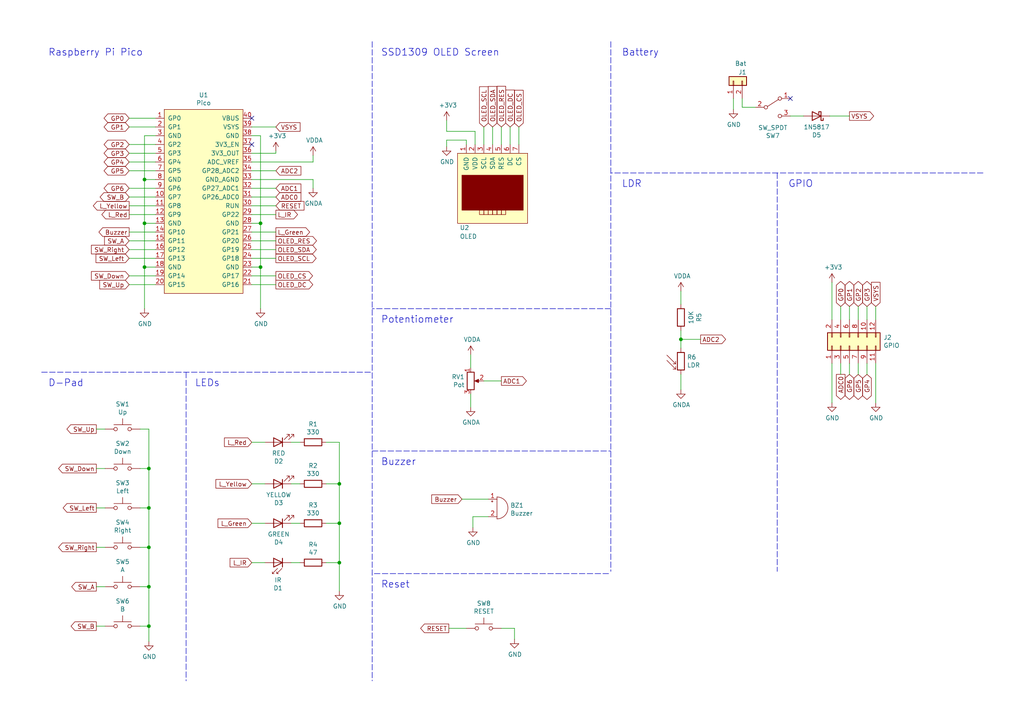
<source format=kicad_sch>
(kicad_sch (version 20211123) (generator eeschema)
  (paper "A4")
  (lib_symbols
    (symbol "Connector_Generic:Conn_01x02" (pin_names (offset 1.016) hide)
      (property "Reference" "J" (at 0 2.54 0))
      (property "Value" "Conn_01x02" (at 0 -5.08 0))
      (symbol "Conn_01x02_1_1"
        (rectangle (start -1.27 -2.413) (end 0 -2.667) (stroke (width 0.1524)))
        (rectangle (start -1.27 0.127) (end 0 -0.127) (stroke (width 0.1524)))
        (rectangle (start -1.27 1.27) (end 1.27 -3.81) (stroke (width 0.254)) (fill (type background)))
        (pin passive line (at -5.08 0 0) (length 3.81) (name "Pin_1") (number "1"))
        (pin passive line (at -5.08 -2.54 0) (length 3.81) (name "Pin_2") (number "2"))
      )
    )
    (symbol "Connector_Generic:Conn_02x06_Odd_Even" (pin_names (offset 1.016) hide)
      (property "Reference" "J" (at 1.27 7.62 0))
      (property "Value" "Conn_02x06_Odd_Even" (at 1.27 -10.16 0))
      (symbol "Conn_02x06_Odd_Even_1_1"
        (rectangle (start -1.27 -7.493) (end 0 -7.747) (stroke (width 0.1524)))
        (rectangle (start -1.27 -4.953) (end 0 -5.207) (stroke (width 0.1524)))
        (rectangle (start -1.27 -2.413) (end 0 -2.667) (stroke (width 0.1524)))
        (rectangle (start -1.27 0.127) (end 0 -0.127) (stroke (width 0.1524)))
        (rectangle (start -1.27 2.667) (end 0 2.413) (stroke (width 0.1524)))
        (rectangle (start -1.27 5.207) (end 0 4.953) (stroke (width 0.1524)))
        (rectangle (start -1.27 6.35) (end 3.81 -8.89) (stroke (width 0.254)) (fill (type background)))
        (rectangle (start 3.81 -7.493) (end 2.54 -7.747) (stroke (width 0.1524)))
        (rectangle (start 3.81 -4.953) (end 2.54 -5.207) (stroke (width 0.1524)))
        (rectangle (start 3.81 -2.413) (end 2.54 -2.667) (stroke (width 0.1524)))
        (rectangle (start 3.81 0.127) (end 2.54 -0.127) (stroke (width 0.1524)))
        (rectangle (start 3.81 2.667) (end 2.54 2.413) (stroke (width 0.1524)))
        (rectangle (start 3.81 5.207) (end 2.54 4.953) (stroke (width 0.1524)))
        (pin passive line (at -5.08 5.08 0) (length 3.81) (name "Pin_1") (number "1"))
        (pin passive line (at 7.62 -5.08 180) (length 3.81) (name "Pin_10") (number "10"))
        (pin passive line (at -5.08 -7.62 0) (length 3.81) (name "Pin_11") (number "11"))
        (pin passive line (at 7.62 -7.62 180) (length 3.81) (name "Pin_12") (number "12"))
        (pin passive line (at 7.62 5.08 180) (length 3.81) (name "Pin_2") (number "2"))
        (pin passive line (at -5.08 2.54 0) (length 3.81) (name "Pin_3") (number "3"))
        (pin passive line (at 7.62 2.54 180) (length 3.81) (name "Pin_4") (number "4"))
        (pin passive line (at -5.08 0 0) (length 3.81) (name "Pin_5") (number "5"))
        (pin passive line (at 7.62 0 180) (length 3.81) (name "Pin_6") (number "6"))
        (pin passive line (at -5.08 -2.54 0) (length 3.81) (name "Pin_7") (number "7"))
        (pin passive line (at 7.62 -2.54 180) (length 3.81) (name "Pin_8") (number "8"))
        (pin passive line (at -5.08 -5.08 0) (length 3.81) (name "Pin_9") (number "9"))
      )
    )
    (symbol "Device:Buzzer" (pin_names (offset 0.0254) hide)
      (property "Reference" "BZ" (at 3.81 1.27 0))
      (property "Value" "Buzzer" (at 3.81 -1.27 0))
      (symbol "Buzzer_0_1"
        (arc (start 0 -3.175) (mid 3.175 0) (end 0 3.175))
        (polyline (pts (xy -1.651 1.905) (xy -1.143 1.905)))
        (polyline (pts (xy -1.397 2.159) (xy -1.397 1.651)))
        (polyline (pts (xy 0 3.175) (xy 0 -3.175)))
      )
      (symbol "Buzzer_1_1"
        (pin passive line (at -2.54 2.54 0) (length 2.54) (name "-") (number "1"))
        (pin passive line (at -2.54 -2.54 0) (length 2.54) (name "+") (number "2"))
      )
    )
    (symbol "Device:D_Schottky" (pin_numbers hide) (pin_names (offset 1.016) hide)
      (property "Reference" "D" (at 0 2.54 0))
      (property "Value" "D_Schottky" (at 0 -2.54 0))
      (symbol "D_Schottky_0_1"
        (polyline (pts (xy 1.27 0) (xy -1.27 0)))
        (polyline (pts (xy 1.27 1.27) (xy 1.27 -1.27) (xy -1.27 0) (xy 1.27 1.27)) (stroke (width 0.254)))
        (polyline (pts (xy -1.905 0.635) (xy -1.905 1.27) (xy -1.27 1.27) (xy -1.27 -1.27) (xy -0.635 -1.27) (xy -0.635 -0.635)) (stroke (width 0.254)))
      )
      (symbol "D_Schottky_1_1"
        (pin passive line (at -3.81 0 0) (length 2.54) (name "K") (number "1"))
        (pin passive line (at 3.81 0 180) (length 2.54) (name "A") (number "2"))
      )
    )
    (symbol "Device:LED" (pin_numbers hide) (pin_names (offset 1.016) hide)
      (property "Reference" "D" (at 0 2.54 0))
      (property "Value" "LED" (at 0 -2.54 0))
      (symbol "LED_0_1"
        (polyline (pts (xy -1.27 -1.27) (xy -1.27 1.27)) (stroke (width 0.254)))
        (polyline (pts (xy -1.27 0) (xy 1.27 0)))
        (polyline (pts (xy 1.27 -1.27) (xy 1.27 1.27) (xy -1.27 0) (xy 1.27 -1.27)) (stroke (width 0.254)))
        (polyline (pts (xy -3.048 -0.762) (xy -4.572 -2.286) (xy -3.81 -2.286) (xy -4.572 -2.286) (xy -4.572 -1.524)))
        (polyline (pts (xy -1.778 -0.762) (xy -3.302 -2.286) (xy -2.54 -2.286) (xy -3.302 -2.286) (xy -3.302 -1.524)))
      )
      (symbol "LED_1_1"
        (pin passive line (at -3.81 0 0) (length 2.54) (name "K") (number "1"))
        (pin passive line (at 3.81 0 180) (length 2.54) (name "A") (number "2"))
      )
    )
    (symbol "Device:R" (pin_numbers hide) (pin_names (offset 0))
      (property "Reference" "R" (at 2.032 0 90))
      (property "Value" "R" (at 0 0 90))
      (symbol "R_0_1"
        (rectangle (start -1.016 -2.54) (end 1.016 2.54) (stroke (width 0.254)))
      )
      (symbol "R_1_1"
        (pin passive line (at 0 3.81 270) (length 1.27) (name "~") (number "1"))
        (pin passive line (at 0 -3.81 90) (length 1.27) (name "~") (number "2"))
      )
    )
    (symbol "Device:R_POT" (pin_names (offset 1.016) hide)
      (property "Reference" "RV" (at -4.445 0 90))
      (property "Value" "Device_R_POT" (at -2.54 0 90))
      (symbol "R_POT_0_1"
        (polyline (pts (xy 2.54 0) (xy 1.524 0)))
        (polyline (pts (xy 1.143 0) (xy 2.286 0.508) (xy 2.286 -0.508) (xy 1.143 0)) (fill (type outline)))
        (rectangle (start 1.016 2.54) (end -1.016 -2.54) (stroke (width 0.254)))
      )
      (symbol "R_POT_1_1"
        (pin passive line (at 0 3.81 270) (length 1.27) (name "1") (number "1"))
        (pin passive line (at 3.81 0 180) (length 1.27) (name "2") (number "2"))
        (pin passive line (at 0 -3.81 90) (length 1.27) (name "3") (number "3"))
      )
    )
    (symbol "LED:LD271" (pin_numbers hide) (pin_names (offset 1.016) hide)
      (property "Reference" "D" (at 0.508 1.778 0))
      (property "Value" "LD271" (at -1.016 -2.794 0))
      (symbol "LD271_0_1"
        (polyline (pts (xy -2.54 1.27) (xy -2.54 -1.27)) (stroke (width 0.254)))
        (polyline (pts (xy 0 0) (xy -2.54 0)))
        (polyline (pts (xy 0.381 3.175) (xy -0.127 3.175)))
        (polyline (pts (xy -1.143 1.651) (xy 0.381 3.175) (xy 0.381 2.667)))
        (polyline (pts (xy 0 -1.27) (xy -2.54 0) (xy 0 1.27) (xy 0 -1.27)) (stroke (width 0.254)))
        (polyline (pts (xy -2.413 1.651) (xy -0.889 3.175) (xy -0.889 2.667) (xy -0.889 3.175) (xy -1.397 3.175)))
      )
      (symbol "LD271_1_1"
        (pin passive line (at -5.08 0 0) (length 2.54) (name "K") (number "1"))
        (pin passive line (at 2.54 0 180) (length 2.54) (name "A") (number "2"))
      )
    )
    (symbol "Sensor_Optical:LDR03" (pin_numbers hide) (pin_names (offset 0))
      (property "Reference" "R" (at -5.08 0 90))
      (property "Value" "LDR03" (at 1.905 0 90))
      (symbol "LDR03_0_1"
        (rectangle (start -1.016 2.54) (end 1.016 -2.54) (stroke (width 0.254)))
        (polyline (pts (xy -1.524 -2.286) (xy -4.064 0.254)))
        (polyline (pts (xy -1.524 -2.286) (xy -2.286 -2.286)))
        (polyline (pts (xy -1.524 -2.286) (xy -1.524 -1.524)))
        (polyline (pts (xy -1.524 -0.762) (xy -4.064 1.778)))
        (polyline (pts (xy -1.524 -0.762) (xy -2.286 -0.762)))
        (polyline (pts (xy -1.524 -0.762) (xy -1.524 0)))
      )
      (symbol "LDR03_1_1"
        (pin passive line (at 0 3.81 270) (length 1.27) (name "~") (number "1"))
        (pin passive line (at 0 -3.81 90) (length 1.27) (name "~") (number "2"))
      )
    )
    (symbol "Switch:SW_Push" (pin_numbers hide) (pin_names (offset 1.016) hide)
      (property "Reference" "SW" (at 1.27 2.54 0))
      (property "Value" "SW_Push" (at 0 -1.524 0))
      (symbol "SW_Push_0_1"
        (circle (center -2.032 0) (radius 0.508))
        (polyline (pts (xy 0 1.27) (xy 0 3.048)))
        (polyline (pts (xy 2.54 1.27) (xy -2.54 1.27)))
        (circle (center 2.032 0) (radius 0.508))
        (pin passive line (at -5.08 0 0) (length 2.54) (name "1") (number "1"))
        (pin passive line (at 5.08 0 180) (length 2.54) (name "2") (number "2"))
      )
    )
    (symbol "Switch:SW_SPDT" (pin_names (offset 0) hide)
      (property "Reference" "SW" (at 0 4.318 0))
      (property "Value" "SW_SPDT" (at 0 -5.08 0))
      (symbol "SW_SPDT_0_0"
        (circle (center -2.032 0) (radius 0.508))
        (circle (center 2.032 -2.54) (radius 0.508))
      )
      (symbol "SW_SPDT_0_1"
        (polyline (pts (xy -1.524 0.254) (xy 1.651 2.286)))
        (circle (center 2.032 2.54) (radius 0.508))
      )
      (symbol "SW_SPDT_1_1"
        (pin passive line (at 5.08 2.54 180) (length 2.54) (name "A") (number "1"))
        (pin passive line (at -5.08 0 0) (length 2.54) (name "B") (number "2"))
        (pin passive line (at 5.08 -2.54 180) (length 2.54) (name "C") (number "3"))
      )
    )
    (symbol "eduardofilo_symbols:OLED-SSD1306-SPI" (pin_names (offset 1.016))
      (property "Reference" "U" (at 0 -13.97 0))
      (property "Value" "OLED-SSD1306-SPI" (at 1.27 -16.51 0))
      (symbol "OLED-SSD1306-SPI_0_1"
        (rectangle (start -10.16 7.62) (end 10.16 -12.7) (fill (type background)))
        (rectangle (start -8.89 1.27) (end 8.89 -8.89) (fill (type outline)))
        (rectangle (start -3.81 -8.89) (end -2.54 -10.16))
        (rectangle (start -2.54 -8.89) (end -1.27 -10.16))
        (rectangle (start -1.27 -8.89) (end 0 -10.16))
        (rectangle (start 0 -8.89) (end 1.27 -10.16))
        (rectangle (start 1.27 -8.89) (end 2.54 -10.16))
        (rectangle (start 2.54 -8.89) (end 3.81 -10.16))
      )
      (symbol "OLED-SSD1306-SPI_1_1"
        (pin power_in line (at -7.62 10.16 270) (length 2.54) (name "GND") (number "1"))
        (pin power_in line (at -5.08 10.16 270) (length 2.54) (name "VDD") (number "2"))
        (pin passive line (at -2.54 10.16 270) (length 2.54) (name "SCL") (number "3"))
        (pin passive line (at 0 10.16 270) (length 2.54) (name "SDA") (number "4"))
        (pin passive line (at 2.54 10.16 270) (length 2.54) (name "RES") (number "5"))
        (pin passive line (at 5.08 10.16 270) (length 2.54) (name "DC") (number "6"))
        (pin passive line (at 7.62 10.16 270) (length 2.54) (name "CS") (number "7"))
      )
    )
    (symbol "eduardofilo_symbols:raspberrypi-pico-module" (pin_names (offset 1.016))
      (property "Reference" "U" (at 0 27.94 0))
      (property "Value" "raspberrypi-pico-module" (at 0 -27.94 0))
      (symbol "raspberrypi-pico-module_0_1"
        (rectangle (start -11.43 26.67) (end 11.43 -26.67) (fill (type background)))
      )
      (symbol "raspberrypi-pico-module_1_1"
        (pin bidirectional line (at -13.97 24.13 0) (length 2.54) (name "GP0") (number "1"))
        (pin bidirectional line (at -13.97 1.27 0) (length 2.54) (name "GP7") (number "10"))
        (pin bidirectional line (at -13.97 -1.27 0) (length 2.54) (name "GP8") (number "11"))
        (pin bidirectional line (at -13.97 -3.81 0) (length 2.54) (name "GP9") (number "12"))
        (pin power_in line (at -13.97 -6.35 0) (length 2.54) (name "GND") (number "13"))
        (pin bidirectional line (at -13.97 -8.89 0) (length 2.54) (name "GP10") (number "14"))
        (pin bidirectional line (at -13.97 -11.43 0) (length 2.54) (name "GP11") (number "15"))
        (pin bidirectional line (at -13.97 -13.97 0) (length 2.54) (name "GP12") (number "16"))
        (pin bidirectional line (at -13.97 -16.51 0) (length 2.54) (name "GP13") (number "17"))
        (pin power_in line (at -13.97 -19.05 0) (length 2.54) (name "GND") (number "18"))
        (pin bidirectional line (at -13.97 -21.59 0) (length 2.54) (name "GP14") (number "19"))
        (pin bidirectional line (at -13.97 21.59 0) (length 2.54) (name "GP1") (number "2"))
        (pin bidirectional line (at -13.97 -24.13 0) (length 2.54) (name "GP15") (number "20"))
        (pin bidirectional line (at 13.97 -24.13 180) (length 2.54) (name "GP16") (number "21"))
        (pin bidirectional line (at 13.97 -21.59 180) (length 2.54) (name "GP17") (number "22"))
        (pin power_in line (at 13.97 -19.05 180) (length 2.54) (name "GND") (number "23"))
        (pin bidirectional line (at 13.97 -16.51 180) (length 2.54) (name "GP18") (number "24"))
        (pin bidirectional line (at 13.97 -13.97 180) (length 2.54) (name "GP19") (number "25"))
        (pin bidirectional line (at 13.97 -11.43 180) (length 2.54) (name "GP20") (number "26"))
        (pin bidirectional line (at 13.97 -8.89 180) (length 2.54) (name "GP21") (number "27"))
        (pin power_in line (at 13.97 -6.35 180) (length 2.54) (name "GND") (number "28"))
        (pin bidirectional line (at 13.97 -3.81 180) (length 2.54) (name "GP22") (number "29"))
        (pin power_in line (at -13.97 19.05 0) (length 2.54) (name "GND") (number "3"))
        (pin input line (at 13.97 -1.27 180) (length 2.54) (name "RUN") (number "30"))
        (pin bidirectional line (at 13.97 1.27 180) (length 2.54) (name "GP26_ADC0") (number "31"))
        (pin bidirectional line (at 13.97 3.81 180) (length 2.54) (name "GP27_ADC1") (number "32"))
        (pin power_in line (at 13.97 6.35 180) (length 2.54) (name "GND_AGND") (number "33"))
        (pin bidirectional line (at 13.97 8.89 180) (length 2.54) (name "GP28_ADC2") (number "34"))
        (pin power_in line (at 13.97 11.43 180) (length 2.54) (name "ADC_VREF") (number "35"))
        (pin power_out line (at 13.97 13.97 180) (length 2.54) (name "3V3_OUT") (number "36"))
        (pin input line (at 13.97 16.51 180) (length 2.54) (name "3V3_EN") (number "37"))
        (pin power_in line (at 13.97 19.05 180) (length 2.54) (name "GND") (number "38"))
        (pin power_in line (at 13.97 21.59 180) (length 2.54) (name "VSYS") (number "39"))
        (pin bidirectional line (at -13.97 16.51 0) (length 2.54) (name "GP2") (number "4"))
        (pin power_in line (at 13.97 24.13 180) (length 2.54) (name "VBUS") (number "40"))
        (pin bidirectional line (at -13.97 13.97 0) (length 2.54) (name "GP3") (number "5"))
        (pin bidirectional line (at -13.97 11.43 0) (length 2.54) (name "GP4") (number "6"))
        (pin bidirectional line (at -13.97 8.89 0) (length 2.54) (name "GP5") (number "7"))
        (pin power_in line (at -13.97 6.35 0) (length 2.54) (name "GND") (number "8"))
        (pin bidirectional line (at -13.97 3.81 0) (length 2.54) (name "GP6") (number "9"))
      )
    )
    (symbol "power:+3.3V" (power) (pin_names (offset 0))
      (property "Value" "+3.3V" (at 0 3.556 0))
      (symbol "+3.3V_0_1"
        (polyline (pts (xy -0.762 1.27) (xy 0 2.54)))
        (polyline (pts (xy 0 0) (xy 0 2.54)))
        (polyline (pts (xy 0 2.54) (xy 0.762 1.27)))
      )
      (symbol "+3.3V_1_1"
        (pin power_in line (at 0 0 90) (length 0) hide (name "+3V3") (number "1"))
      )
    )
    (symbol "power:GND" (power) (pin_names (offset 0))
      (property "Value" "GND" (at 0 -3.81 0))
      (symbol "GND_0_1"
        (polyline (pts (xy 0 0) (xy 0 -1.27) (xy 1.27 -1.27) (xy 0 -2.54) (xy -1.27 -1.27) (xy 0 -1.27)))
      )
      (symbol "GND_1_1"
        (pin power_in line (at 0 0 270) (length 0) hide (name "GND") (number "1"))
      )
    )
    (symbol "power:GNDA" (power) (pin_names (offset 0))
      (property "Value" "GNDA" (at 0 -3.81 0))
      (symbol "GNDA_0_1"
        (polyline (pts (xy 0 0) (xy 0 -1.27) (xy 1.27 -1.27) (xy 0 -2.54) (xy -1.27 -1.27) (xy 0 -1.27)))
      )
      (symbol "GNDA_1_1"
        (pin power_in line (at 0 0 270) (length 0) hide (name "GNDA") (number "1"))
      )
    )
    (symbol "power:VDDA" (power) (pin_names (offset 0))
      (property "Value" "VDDA" (at 0 3.81 0))
      (symbol "VDDA_0_1"
        (polyline (pts (xy -0.762 1.27) (xy 0 2.54)))
        (polyline (pts (xy 0 0) (xy 0 2.54)))
        (polyline (pts (xy 0 2.54) (xy 0.762 1.27)))
      )
      (symbol "VDDA_1_1"
        (pin power_in line (at 0 0 90) (length 0) hide (name "VDDA") (number "1"))
      )
    )
  )
  (junction (at 41.91 77.47))
  (junction (at 43.18 135.89))
  (junction (at 41.91 64.77))
  (junction (at 98.425 140.335))
  (junction (at 43.18 181.61))
  (junction (at 98.425 151.765))
  (junction (at 43.18 170.18))
  (junction (at 43.18 158.75))
  (junction (at 75.565 77.47))
  (junction (at 43.18 147.32))
  (junction (at 197.485 98.425))
  (junction (at 98.425 163.195))
  (junction (at 41.91 52.07))
  (junction (at 75.565 64.77))
  (no_connect (at 73.025 41.91))
  (no_connect (at 73.025 34.29))
  (no_connect (at 229.235 28.575))
  (wire (pts (xy 37.465 49.53) (xy 45.085 49.53)))
  (wire (pts (xy 40.64 135.89) (xy 43.18 135.89)))
  (polyline (pts (xy 285.115 50.165) (xy 177.165 50.165)))
  (wire (pts (xy 37.465 62.23) (xy 45.085 62.23)))
  (wire (pts (xy 43.18 135.89) (xy 43.18 147.32)))
  (wire (pts (xy 90.805 46.99) (xy 90.805 45.085)))
  (wire (pts (xy 197.485 95.885) (xy 197.485 98.425)))
  (wire (pts (xy 43.18 147.32) (xy 43.18 158.75)))
  (wire (pts (xy 98.425 163.195) (xy 98.425 171.45)))
  (wire (pts (xy 37.465 41.91) (xy 45.085 41.91)))
  (wire (pts (xy 84.455 151.765) (xy 86.995 151.765)))
  (wire (pts (xy 98.425 128.27) (xy 98.425 140.335)))
  (wire (pts (xy 73.025 62.23) (xy 80.01 62.23)))
  (wire (pts (xy 136.525 114.3) (xy 136.525 118.11)))
  (wire (pts (xy 248.92 88.9) (xy 248.92 92.71)))
  (wire (pts (xy 37.465 36.83) (xy 45.085 36.83)))
  (wire (pts (xy 147.955 36.83) (xy 147.955 41.91)))
  (wire (pts (xy 137.795 38.1) (xy 129.54 38.1)))
  (wire (pts (xy 73.025 128.27) (xy 76.835 128.27)))
  (wire (pts (xy 254 105.41) (xy 254 116.84)))
  (wire (pts (xy 145.415 182.245) (xy 149.225 182.245)))
  (wire (pts (xy 241.3 105.41) (xy 241.3 116.84)))
  (wire (pts (xy 73.025 49.53) (xy 80.01 49.53)))
  (wire (pts (xy 40.64 147.32) (xy 43.18 147.32)))
  (polyline (pts (xy 107.95 12.065) (xy 107.95 197.485)))
  (wire (pts (xy 75.565 77.47) (xy 75.565 89.535)))
  (wire (pts (xy 37.465 57.15) (xy 45.085 57.15)))
  (wire (pts (xy 37.465 44.45) (xy 45.085 44.45)))
  (wire (pts (xy 212.725 28.575) (xy 212.725 31.75)))
  (wire (pts (xy 140.335 36.83) (xy 140.335 41.91)))
  (polyline (pts (xy 107.95 130.81) (xy 177.165 130.81)))
  (wire (pts (xy 27.94 135.89) (xy 30.48 135.89)))
  (wire (pts (xy 73.025 67.31) (xy 80.01 67.31)))
  (wire (pts (xy 254 88.9) (xy 254 92.71)))
  (wire (pts (xy 37.465 34.29) (xy 45.085 34.29)))
  (wire (pts (xy 94.615 140.335) (xy 98.425 140.335)))
  (wire (pts (xy 73.025 69.85) (xy 80.01 69.85)))
  (wire (pts (xy 73.025 74.93) (xy 80.01 74.93)))
  (wire (pts (xy 30.48 181.61) (xy 27.94 181.61)))
  (wire (pts (xy 251.46 88.9) (xy 251.46 92.71)))
  (wire (pts (xy 45.085 67.31) (xy 37.465 67.31)))
  (wire (pts (xy 45.085 52.07) (xy 41.91 52.07)))
  (wire (pts (xy 27.94 158.75) (xy 30.48 158.75)))
  (wire (pts (xy 40.64 124.46) (xy 43.18 124.46)))
  (wire (pts (xy 142.875 36.83) (xy 142.875 41.91)))
  (polyline (pts (xy 53.975 107.95) (xy 53.975 197.485)))
  (wire (pts (xy 73.025 82.55) (xy 80.01 82.55)))
  (wire (pts (xy 45.085 64.77) (xy 41.91 64.77)))
  (wire (pts (xy 98.425 140.335) (xy 98.425 151.765)))
  (wire (pts (xy 73.025 140.335) (xy 76.835 140.335)))
  (wire (pts (xy 145.415 36.83) (xy 145.415 41.91)))
  (wire (pts (xy 94.615 163.195) (xy 98.425 163.195)))
  (wire (pts (xy 137.16 149.86) (xy 141.605 149.86)))
  (wire (pts (xy 251.46 105.41) (xy 251.46 108.585)))
  (wire (pts (xy 140.335 110.49) (xy 145.415 110.49)))
  (wire (pts (xy 37.465 54.61) (xy 45.085 54.61)))
  (wire (pts (xy 45.085 39.37) (xy 41.91 39.37)))
  (wire (pts (xy 73.025 59.69) (xy 80.01 59.69)))
  (wire (pts (xy 84.455 140.335) (xy 86.995 140.335)))
  (wire (pts (xy 41.91 39.37) (xy 41.91 52.07)))
  (wire (pts (xy 241.3 81.915) (xy 241.3 92.71)))
  (wire (pts (xy 135.255 182.245) (xy 130.175 182.245)))
  (wire (pts (xy 73.025 52.07) (xy 90.805 52.07)))
  (wire (pts (xy 73.025 46.99) (xy 90.805 46.99)))
  (wire (pts (xy 37.465 72.39) (xy 45.085 72.39)))
  (wire (pts (xy 229.235 33.655) (xy 233.045 33.655)))
  (wire (pts (xy 243.84 88.9) (xy 243.84 92.71)))
  (wire (pts (xy 73.025 39.37) (xy 75.565 39.37)))
  (wire (pts (xy 43.18 124.46) (xy 43.18 135.89)))
  (wire (pts (xy 137.16 153.035) (xy 137.16 149.86)))
  (wire (pts (xy 215.265 28.575) (xy 215.265 31.115)))
  (wire (pts (xy 73.025 72.39) (xy 80.01 72.39)))
  (wire (pts (xy 197.485 98.425) (xy 197.485 100.965)))
  (wire (pts (xy 197.485 108.585) (xy 197.485 113.03)))
  (wire (pts (xy 246.38 105.41) (xy 246.38 108.585)))
  (wire (pts (xy 73.025 57.15) (xy 80.01 57.15)))
  (wire (pts (xy 27.94 124.46) (xy 30.48 124.46)))
  (polyline (pts (xy 225.425 50.165) (xy 225.425 165.735)))
  (wire (pts (xy 41.91 64.77) (xy 41.91 77.47)))
  (wire (pts (xy 150.495 41.91) (xy 150.495 36.83)))
  (wire (pts (xy 137.795 41.91) (xy 137.795 38.1)))
  (wire (pts (xy 37.465 82.55) (xy 45.085 82.55)))
  (wire (pts (xy 45.085 77.47) (xy 41.91 77.47)))
  (wire (pts (xy 90.805 52.07) (xy 90.805 54.61)))
  (wire (pts (xy 141.605 144.78) (xy 133.985 144.78)))
  (wire (pts (xy 203.2 98.425) (xy 197.485 98.425)))
  (wire (pts (xy 73.025 36.83) (xy 80.01 36.83)))
  (wire (pts (xy 75.565 39.37) (xy 75.565 64.77)))
  (wire (pts (xy 73.025 151.765) (xy 76.835 151.765)))
  (wire (pts (xy 84.455 128.27) (xy 86.995 128.27)))
  (wire (pts (xy 41.91 52.07) (xy 41.91 64.77)))
  (polyline (pts (xy 177.165 12.065) (xy 177.165 165.735)))
  (wire (pts (xy 43.18 170.18) (xy 43.18 181.61)))
  (wire (pts (xy 149.225 182.245) (xy 149.225 185.42)))
  (wire (pts (xy 98.425 151.765) (xy 98.425 163.195)))
  (wire (pts (xy 40.64 181.61) (xy 43.18 181.61)))
  (wire (pts (xy 75.565 64.77) (xy 75.565 77.47)))
  (wire (pts (xy 129.54 38.1) (xy 129.54 34.925)))
  (wire (pts (xy 73.025 77.47) (xy 75.565 77.47)))
  (wire (pts (xy 40.64 170.18) (xy 43.18 170.18)))
  (wire (pts (xy 248.92 105.41) (xy 248.92 108.585)))
  (wire (pts (xy 27.94 170.18) (xy 30.48 170.18)))
  (wire (pts (xy 73.025 54.61) (xy 80.01 54.61)))
  (wire (pts (xy 94.615 151.765) (xy 98.425 151.765)))
  (wire (pts (xy 197.485 84.455) (xy 197.485 88.265)))
  (wire (pts (xy 73.025 163.195) (xy 76.835 163.195)))
  (wire (pts (xy 135.255 40.64) (xy 129.54 40.64)))
  (wire (pts (xy 135.255 41.91) (xy 135.255 40.64)))
  (wire (pts (xy 80.01 44.45) (xy 80.01 43.815)))
  (wire (pts (xy 45.085 59.69) (xy 37.465 59.69)))
  (wire (pts (xy 73.025 80.01) (xy 80.01 80.01)))
  (polyline (pts (xy 12.065 107.95) (xy 107.95 107.95)))
  (wire (pts (xy 129.54 40.64) (xy 129.54 42.545)))
  (wire (pts (xy 37.465 80.01) (xy 45.085 80.01)))
  (wire (pts (xy 84.455 163.195) (xy 86.995 163.195)))
  (wire (pts (xy 41.91 77.47) (xy 41.91 89.535)))
  (wire (pts (xy 43.18 158.75) (xy 43.18 170.18)))
  (wire (pts (xy 37.465 74.93) (xy 45.085 74.93)))
  (wire (pts (xy 136.525 102.87) (xy 136.525 106.68)))
  (wire (pts (xy 43.18 181.61) (xy 43.18 186.055)))
  (wire (pts (xy 246.38 88.9) (xy 246.38 92.71)))
  (wire (pts (xy 37.465 69.85) (xy 45.085 69.85)))
  (wire (pts (xy 27.94 147.32) (xy 30.48 147.32)))
  (wire (pts (xy 73.025 64.77) (xy 75.565 64.77)))
  (wire (pts (xy 215.265 31.115) (xy 219.075 31.115)))
  (wire (pts (xy 94.615 128.27) (xy 98.425 128.27)))
  (polyline (pts (xy 177.165 89.535) (xy 107.95 89.535)))
  (wire (pts (xy 243.84 105.41) (xy 243.84 108.585)))
  (wire (pts (xy 37.465 46.99) (xy 45.085 46.99)))
  (wire (pts (xy 240.665 33.655) (xy 246.38 33.655)))
  (polyline (pts (xy 176.53 166.37) (xy 107.95 166.37)))
  (wire (pts (xy 73.025 44.45) (xy 80.01 44.45)))
  (wire (pts (xy 40.64 158.75) (xy 43.18 158.75)))
  (text "Buzzer" (at 110.49 135.255 0) (effects (font (size 2.0066 2.0066)) (justify left bottom)))
  (text "Potentiometer" (at 110.49 93.98 0) (effects (font (size 2.0066 2.0066)) (justify left bottom)))
  (text "LDR" (at 180.34 54.61 0) (effects (font (size 2.0066 2.0066)) (justify left bottom)))
  (text "Reset" (at 110.49 170.815 0) (effects (font (size 2.0066 2.0066)) (justify left bottom)))
  (text "LEDs" (at 56.515 112.395 0) (effects (font (size 2.0066 2.0066)) (justify left bottom)))
  (text "GPIO" (at 228.6 54.61 0) (effects (font (size 2.0066 2.0066)) (justify left bottom)))
  (text "D-Pad" (at 13.97 112.395 0) (effects (font (size 2.0066 2.0066)) (justify left bottom)))
  (text "SSD1309 OLED Screen" (at 110.49 16.51 0) (effects (font (size 2.0066 2.0066)) (justify left bottom)))
  (text "Raspberry Pi Pico" (at 13.97 16.51 0) (effects (font (size 2.0066 2.0066)) (justify left bottom)))
  (text "Battery" (at 180.34 16.51 0) (effects (font (size 2.0066 2.0066)) (justify left bottom)))
  (global_label "ADC2" (shape input) (at 80.01 49.53 0) (property "Referencias entre hojas" "${INTERSHEET_REFS}" (effects hide)))
  (global_label "SW_B" (shape output) (at 27.94 181.61 180) (property "Referencias entre hojas" "${INTERSHEET_REFS}" (effects hide)))
  (global_label "L_Yellow" (shape output) (at 37.465 59.69 180) (property "Referencias entre hojas" "${INTERSHEET_REFS}" (effects hide)))
  (global_label "GP5" (shape bidirectional) (at 248.92 108.585 270) (property "Referencias entre hojas" "${INTERSHEET_REFS}" (effects hide)))
  (global_label "VSYS" (shape input) (at 254 88.9 90) (property "Referencias entre hojas" "${INTERSHEET_REFS}" (effects hide)))
  (global_label "SW_A" (shape input) (at 37.465 69.85 180) (property "Referencias entre hojas" "${INTERSHEET_REFS}" (effects hide)))
  (global_label "L_Red" (shape input) (at 73.025 128.27 180) (property "Referencias entre hojas" "${INTERSHEET_REFS}" (effects hide)))
  (global_label "OLED_SDA" (shape output) (at 80.01 72.39 0) (property "Referencias entre hojas" "${INTERSHEET_REFS}" (effects hide)))
  (global_label "OLED_CS" (shape output) (at 80.01 80.01 0) (property "Referencias entre hojas" "${INTERSHEET_REFS}" (effects hide)))
  (global_label "VSYS" (shape output) (at 246.38 33.655 0) (property "Referencias entre hojas" "${INTERSHEET_REFS}" (effects hide)))
  (global_label "OLED_RES" (shape input) (at 145.415 36.83 90) (property "Referencias entre hojas" "${INTERSHEET_REFS}" (effects hide)))
  (global_label "SW_Left" (shape input) (at 37.465 74.93 180) (property "Referencias entre hojas" "${INTERSHEET_REFS}" (effects hide)))
  (global_label "Buzzer" (shape output) (at 37.465 67.31 180) (property "Referencias entre hojas" "${INTERSHEET_REFS}" (effects hide)))
  (global_label "L_Green" (shape output) (at 80.01 67.31 0) (property "Referencias entre hojas" "${INTERSHEET_REFS}" (effects hide)))
  (global_label "ADC0" (shape output) (at 243.84 108.585 270) (property "Referencias entre hojas" "${INTERSHEET_REFS}" (effects hide)))
  (global_label "SW_A" (shape output) (at 27.94 170.18 180) (property "Referencias entre hojas" "${INTERSHEET_REFS}" (effects hide)))
  (global_label "L_IR" (shape input) (at 73.025 163.195 180) (property "Referencias entre hojas" "${INTERSHEET_REFS}" (effects hide)))
  (global_label "OLED_SCL" (shape output) (at 80.01 74.93 0) (property "Referencias entre hojas" "${INTERSHEET_REFS}" (effects hide)))
  (global_label "RESET" (shape output) (at 130.175 182.245 180) (property "Referencias entre hojas" "${INTERSHEET_REFS}" (effects hide)))
  (global_label "ADC1" (shape output) (at 145.415 110.49 0) (property "Referencias entre hojas" "${INTERSHEET_REFS}" (effects hide)))
  (global_label "GP1" (shape bidirectional) (at 37.465 36.83 180) (property "Referencias entre hojas" "${INTERSHEET_REFS}" (effects hide)))
  (global_label "GP3" (shape bidirectional) (at 37.465 44.45 180) (property "Referencias entre hojas" "${INTERSHEET_REFS}" (effects hide)))
  (global_label "OLED_SDA" (shape input) (at 142.875 36.83 90) (property "Referencias entre hojas" "${INTERSHEET_REFS}" (effects hide)))
  (global_label "L_Green" (shape input) (at 73.025 151.765 180) (property "Referencias entre hojas" "${INTERSHEET_REFS}" (effects hide)))
  (global_label "RESET" (shape input) (at 80.01 59.69 0) (property "Referencias entre hojas" "${INTERSHEET_REFS}" (effects hide)))
  (global_label "L_Red" (shape output) (at 37.465 62.23 180) (property "Referencias entre hojas" "${INTERSHEET_REFS}" (effects hide)))
  (global_label "GP4" (shape bidirectional) (at 251.46 108.585 270) (property "Referencias entre hojas" "${INTERSHEET_REFS}" (effects hide)))
  (global_label "GP1" (shape bidirectional) (at 246.38 88.9 90) (property "Referencias entre hojas" "${INTERSHEET_REFS}" (effects hide)))
  (global_label "GP0" (shape bidirectional) (at 243.84 88.9 90) (property "Referencias entre hojas" "${INTERSHEET_REFS}" (effects hide)))
  (global_label "ADC0" (shape input) (at 80.01 57.15 0) (property "Referencias entre hojas" "${INTERSHEET_REFS}" (effects hide)))
  (global_label "SW_Down" (shape output) (at 27.94 135.89 180) (property "Referencias entre hojas" "${INTERSHEET_REFS}" (effects hide)))
  (global_label "GP0" (shape bidirectional) (at 37.465 34.29 180) (property "Referencias entre hojas" "${INTERSHEET_REFS}" (effects hide)))
  (global_label "Buzzer" (shape input) (at 133.985 144.78 180) (property "Referencias entre hojas" "${INTERSHEET_REFS}" (effects hide)))
  (global_label "SW_Right" (shape input) (at 37.465 72.39 180) (property "Referencias entre hojas" "${INTERSHEET_REFS}" (effects hide)))
  (global_label "OLED_RES" (shape output) (at 80.01 69.85 0) (property "Referencias entre hojas" "${INTERSHEET_REFS}" (effects hide)))
  (global_label "GP6" (shape bidirectional) (at 37.465 54.61 180) (property "Referencias entre hojas" "${INTERSHEET_REFS}" (effects hide)))
  (global_label "ADC1" (shape input) (at 80.01 54.61 0) (property "Referencias entre hojas" "${INTERSHEET_REFS}" (effects hide)))
  (global_label "GP3" (shape bidirectional) (at 251.46 88.9 90) (property "Referencias entre hojas" "${INTERSHEET_REFS}" (effects hide)))
  (global_label "OLED_CS" (shape input) (at 150.495 36.83 90) (property "Referencias entre hojas" "${INTERSHEET_REFS}" (effects hide)))
  (global_label "L_IR" (shape output) (at 80.01 62.23 0) (property "Referencias entre hojas" "${INTERSHEET_REFS}" (effects hide)))
  (global_label "OLED_DC" (shape output) (at 80.01 82.55 0) (property "Referencias entre hojas" "${INTERSHEET_REFS}" (effects hide)))
  (global_label "SW_Up" (shape output) (at 27.94 124.46 180) (property "Referencias entre hojas" "${INTERSHEET_REFS}" (effects hide)))
  (global_label "SW_B" (shape bidirectional) (at 37.465 57.15 180) (property "Referencias entre hojas" "${INTERSHEET_REFS}" (effects hide)))
  (global_label "VSYS" (shape input) (at 80.01 36.83 0) (property "Referencias entre hojas" "${INTERSHEET_REFS}" (effects hide)))
  (global_label "SW_Down" (shape input) (at 37.465 80.01 180) (property "Referencias entre hojas" "${INTERSHEET_REFS}" (effects hide)))
  (global_label "L_Yellow" (shape input) (at 73.025 140.335 180) (property "Referencias entre hojas" "${INTERSHEET_REFS}" (effects hide)))
  (global_label "SW_Up" (shape input) (at 37.465 82.55 180) (property "Referencias entre hojas" "${INTERSHEET_REFS}" (effects hide)))
  (global_label "OLED_DC" (shape input) (at 147.955 36.83 90) (property "Referencias entre hojas" "${INTERSHEET_REFS}" (effects hide)))
  (global_label "ADC2" (shape output) (at 203.2 98.425 0) (property "Referencias entre hojas" "${INTERSHEET_REFS}" (effects hide)))
  (global_label "SW_Left" (shape output) (at 27.94 147.32 180) (property "Referencias entre hojas" "${INTERSHEET_REFS}" (effects hide)))
  (global_label "GP6" (shape bidirectional) (at 246.38 108.585 270) (property "Referencias entre hojas" "${INTERSHEET_REFS}" (effects hide)))
  (global_label "SW_Right" (shape output) (at 27.94 158.75 180) (property "Referencias entre hojas" "${INTERSHEET_REFS}" (effects hide)))
  (global_label "GP2" (shape bidirectional) (at 37.465 41.91 180) (property "Referencias entre hojas" "${INTERSHEET_REFS}" (effects hide)))
  (global_label "OLED_SCL" (shape input) (at 140.335 36.83 90) (property "Referencias entre hojas" "${INTERSHEET_REFS}" (effects hide)))
  (global_label "GP4" (shape bidirectional) (at 37.465 46.99 180) (property "Referencias entre hojas" "${INTERSHEET_REFS}" (effects hide)))
  (global_label "GP5" (shape bidirectional) (at 37.465 49.53 180) (property "Referencias entre hojas" "${INTERSHEET_REFS}" (effects hide)))
  (global_label "GP2" (shape bidirectional) (at 248.92 88.9 90) (property "Referencias entre hojas" "${INTERSHEET_REFS}" (effects hide)))
  (symbol (lib_id "eduardofilo_symbols:raspberrypi-pico-module") (at 59.055 58.42 0) (unit 1)
    (property "Reference" "U1" (at 59.055 27.559 0))
    (property "Value" "Pico" (at 59.055 29.8704 0))
    (property "Footprint" "eduardofilo_footprints:raspberrypi-pico-module" (effects hide))
  )
  (symbol (lib_id "eduardofilo_symbols:OLED-SSD1306-SPI") (at 142.875 52.07 0) (unit 1)
    (property "Reference" "U2" (at 133.35 66.04 0) (effects (justify left)))
    (property "Value" "OLED" (at 133.35 68.58 0) (effects (justify left)))
    (property "Footprint" "eduardofilo_footprints:OLED-SSD1309-SPI" (effects hide))
  )
  (symbol (lib_id "Device:LED") (at 80.645 128.27 180) (unit 1)
    (property "Reference" "D2" (at 80.8228 133.7818 0))
    (property "Value" "RED" (at 80.8228 131.4704 0))
    (property "Footprint" "LED_THT:LED_D5.0mm" (effects hide))
  )
  (symbol (lib_id "Device:LED") (at 80.645 140.335 180) (unit 1)
    (property "Reference" "D3" (at 80.8228 145.8468 0))
    (property "Value" "YELLOW" (at 80.8228 143.5354 0))
    (property "Footprint" "LED_THT:LED_D5.0mm" (effects hide))
  )
  (symbol (lib_id "Device:LED") (at 80.645 151.765 180) (unit 1)
    (property "Reference" "D4" (at 80.8228 157.2768 0))
    (property "Value" "GREEN" (at 80.8228 154.9654 0))
    (property "Footprint" "LED_THT:LED_D5.0mm" (effects hide))
  )
  (symbol (lib_id "Switch:SW_Push") (at 35.56 124.46 0) (unit 1)
    (property "Reference" "SW1" (at 35.56 117.221 0))
    (property "Value" "Up" (at 35.56 119.5324 0))
    (property "Footprint" "eduardofilo_footprints:SW_PUSH_8mm_2pin" (effects hide))
  )
  (symbol (lib_id "Switch:SW_Push") (at 35.56 135.89 0) (unit 1)
    (property "Reference" "SW2" (at 35.56 128.651 0))
    (property "Value" "Down" (at 35.56 130.9624 0))
    (property "Footprint" "eduardofilo_footprints:SW_PUSH_8mm_2pin" (effects hide))
  )
  (symbol (lib_id "Switch:SW_Push") (at 35.56 147.32 0) (unit 1)
    (property "Reference" "SW3" (at 35.56 140.081 0))
    (property "Value" "Left" (at 35.56 142.3924 0))
    (property "Footprint" "eduardofilo_footprints:SW_PUSH_8mm_2pin" (effects hide))
  )
  (symbol (lib_id "Switch:SW_Push") (at 35.56 158.75 0) (unit 1)
    (property "Reference" "SW4" (at 35.56 151.511 0))
    (property "Value" "Right" (at 35.56 153.8224 0))
    (property "Footprint" "eduardofilo_footprints:SW_PUSH_8mm_2pin" (effects hide))
  )
  (symbol (lib_id "Switch:SW_Push") (at 35.56 170.18 0) (unit 1)
    (property "Reference" "SW5" (at 35.56 162.941 0))
    (property "Value" "A" (at 35.56 165.2524 0))
    (property "Footprint" "eduardofilo_footprints:SW_PUSH_8mm_2pin" (effects hide))
  )
  (symbol (lib_id "Device:Buzzer") (at 144.145 147.32 0) (unit 1)
    (property "Reference" "BZ1" (at 148.0058 146.5834 0) (effects (justify left)))
    (property "Value" "Buzzer" (at 148.0058 148.8948 0) (effects (justify left)))
    (property "Footprint" "Buzzer_Beeper:MagneticBuzzer_ProSignal_ABT-410-RC" (effects hide))
  )
  (symbol (lib_id "Sensor_Optical:LDR03") (at 197.485 104.775 0) (unit 1)
    (property "Reference" "R6" (at 199.263 103.6066 0) (effects (justify left)))
    (property "Value" "LDR" (at 199.263 105.918 0) (effects (justify left)))
    (property "Footprint" "OptoDevice:R_LDR_5.0x4.1mm_P3mm_Vertical" (effects hide))
    (property "Datasheet" "http://www.elektronica-componenten.nl/WebRoot/StoreNL/Shops/61422969/54F1/BA0C/C664/31B9/2173/C0A8/2AB9/2AEF/LDR03IMP.pdf" (effects hide))
  )
  (symbol (lib_id "LED:LD271") (at 79.375 163.195 180) (unit 1)
    (property "Reference" "D1" (at 80.645 170.561 0))
    (property "Value" "IR" (at 80.645 168.2496 0))
    (property "Footprint" "LED_THT:LED_D5.0mm_IRGrey" (effects hide))
    (property "Datasheet" "http://www.alliedelec.com/m/d/40788c34903a719969df15f1fbea1056.pdf" (effects hide))
  )
  (symbol (lib_id "power:+3.3V") (at 241.3 81.915 0) (unit 1)
    (property "Reference" "#PWR0116" (effects hide))
    (property "Value" "+3.3V" (at 241.681 77.5208 0))
  )
  (symbol (lib_id "power:GND") (at 241.3 116.84 0) (unit 1)
    (property "Reference" "#PWR0117" (effects hide))
    (property "Value" "GND" (at 241.427 121.2342 0))
  )
  (symbol (lib_id "power:GND") (at 43.18 186.055 0) (unit 1)
    (property "Reference" "#PWR0101" (effects hide))
    (property "Value" "GND" (at 43.307 190.4492 0))
  )
  (symbol (lib_id "Device:R") (at 90.805 128.27 270) (unit 1)
    (property "Reference" "R1" (at 90.805 123.0122 90))
    (property "Value" "330" (at 90.805 125.3236 90))
    (property "Footprint" "Resistor_THT:R_Axial_DIN0207_L6.3mm_D2.5mm_P10.16mm_Horizontal" (effects hide))
  )
  (symbol (lib_id "Device:R") (at 90.805 140.335 270) (unit 1)
    (property "Reference" "R2" (at 90.805 135.0772 90))
    (property "Value" "330" (at 90.805 137.3886 90))
    (property "Footprint" "Resistor_THT:R_Axial_DIN0207_L6.3mm_D2.5mm_P10.16mm_Horizontal" (effects hide))
  )
  (symbol (lib_id "Device:R") (at 90.805 163.195 270) (unit 1)
    (property "Reference" "R4" (at 90.805 157.9372 90))
    (property "Value" "47" (at 90.805 160.2486 90))
    (property "Footprint" "Resistor_THT:R_Axial_DIN0207_L6.3mm_D2.5mm_P10.16mm_Horizontal" (effects hide))
  )
  (symbol (lib_id "Device:R") (at 90.805 151.765 270) (unit 1)
    (property "Reference" "R3" (at 90.805 146.5072 90))
    (property "Value" "330" (at 90.805 148.8186 90))
    (property "Footprint" "Resistor_THT:R_Axial_DIN0207_L6.3mm_D2.5mm_P10.16mm_Horizontal" (effects hide))
  )
  (symbol (lib_id "power:GND") (at 98.425 171.45 0) (unit 1)
    (property "Reference" "#PWR0102" (effects hide))
    (property "Value" "GND" (at 98.552 175.8442 0))
  )
  (symbol (lib_id "Connector_Generic:Conn_02x06_Odd_Even") (at 246.38 100.33 90) (unit 1)
    (property "Reference" "J2" (at 256.2352 97.8916 90) (effects (justify right)))
    (property "Value" "GPIO" (at 256.2352 100.203 90) (effects (justify right)))
    (property "Footprint" "Connector_PinSocket_2.54mm:PinSocket_2x06_P2.54mm_Horizontal" (effects hide))
  )
  (symbol (lib_id "Device:R") (at 197.485 92.075 180) (unit 1)
    (property "Reference" "R5" (at 202.7428 92.075 90))
    (property "Value" "10K" (at 200.4314 92.075 90))
    (property "Footprint" "Resistor_THT:R_Axial_DIN0207_L6.3mm_D2.5mm_P10.16mm_Horizontal" (effects hide))
  )
  (symbol (lib_id "power:GNDA") (at 197.485 113.03 0) (unit 1)
    (property "Reference" "#PWR0103" (effects hide))
    (property "Value" "GNDA" (at 197.612 117.4242 0))
  )
  (symbol (lib_id "power:VDDA") (at 197.485 84.455 0) (unit 1)
    (property "Reference" "#PWR0115" (effects hide))
    (property "Value" "VDDA" (at 197.866 80.0608 0))
  )
  (symbol (lib_id "power:VDDA") (at 90.805 45.085 0) (unit 1)
    (property "Reference" "#PWR0104" (effects hide))
    (property "Value" "VDDA" (at 91.186 40.6908 0))
  )
  (symbol (lib_id "power:GNDA") (at 90.805 54.61 0) (unit 1)
    (property "Reference" "#PWR0105" (effects hide))
    (property "Value" "GNDA" (at 90.932 59.0042 0))
  )
  (symbol (lib_id "power:GND") (at 137.16 153.035 0) (unit 1)
    (property "Reference" "#PWR0106" (effects hide))
    (property "Value" "GND" (at 137.287 157.4292 0))
  )
  (symbol (lib_id "power:+3.3V") (at 129.54 34.925 0) (unit 1)
    (property "Reference" "#PWR0108" (effects hide))
    (property "Value" "+3.3V" (at 129.921 30.5308 0))
  )
  (symbol (lib_id "power:GND") (at 129.54 42.545 0) (unit 1)
    (property "Reference" "#PWR0107" (effects hide))
    (property "Value" "GND" (at 129.667 46.9392 0))
  )
  (symbol (lib_id "Switch:SW_SPDT") (at 224.155 31.115 0) (unit 1)
    (property "Reference" "SW7" (at 224.155 39.37 0))
    (property "Value" "SW_SPDT" (at 224.155 37.0586 0))
    (property "Footprint" "eduardofilo_footprints:SW_SPDT_Angled" (effects hide))
  )
  (symbol (lib_id "power:GND") (at 75.565 89.535 0) (unit 1)
    (property "Reference" "#PWR0109" (effects hide))
    (property "Value" "GND" (at 75.692 93.9292 0))
  )
  (symbol (lib_id "power:GND") (at 41.91 89.535 0) (unit 1)
    (property "Reference" "#PWR0110" (effects hide))
    (property "Value" "GND" (at 42.037 93.9292 0))
  )
  (symbol (lib_id "Device:R_POT") (at 136.525 110.49 0) (unit 1)
    (property "Reference" "RV1" (at 134.7724 109.3216 0) (effects (justify right)))
    (property "Value" "Pot" (at 134.7724 111.633 0) (effects (justify right)))
    (property "Footprint" "eduardofilo_footprints:Potentiometer_Alpha_RD901F-40-00D_Single_Vertical_mod" (effects hide))
  )
  (symbol (lib_id "power:VDDA") (at 136.525 102.87 0) (unit 1)
    (property "Reference" "#PWR0111" (effects hide))
    (property "Value" "VDDA" (at 136.906 98.4758 0))
  )
  (symbol (lib_id "power:GNDA") (at 136.525 118.11 0) (unit 1)
    (property "Reference" "#PWR0112" (effects hide))
    (property "Value" "GNDA" (at 136.652 122.5042 0))
  )
  (symbol (lib_id "power:+3.3V") (at 80.01 43.815 0) (unit 1)
    (property "Reference" "#PWR0113" (effects hide))
    (property "Value" "+3.3V" (at 80.391 39.4208 0))
  )
  (symbol (lib_id "Switch:SW_Push") (at 35.56 181.61 0) (unit 1)
    (property "Reference" "SW6" (at 35.56 174.371 0))
    (property "Value" "B" (at 35.56 176.6824 0))
    (property "Footprint" "eduardofilo_footprints:SW_PUSH_8mm_2pin" (effects hide))
  )
  (symbol (lib_id "Connector_Generic:Conn_01x02") (at 212.725 23.495 90) (unit 1)
    (property "Reference" "J1" (at 216.535 20.955 90) (effects (justify left)))
    (property "Value" "Bat" (at 216.535 18.415 90) (effects (justify left)))
    (property "Footprint" "Connector_PinHeader_2.54mm:PinHeader_1x02_P2.54mm_Vertical" (effects hide))
  )
  (symbol (lib_id "Device:D_Schottky") (at 236.855 33.655 180) (unit 1)
    (property "Reference" "D5" (at 236.855 39.1668 0))
    (property "Value" "1N5817" (at 236.855 36.8554 0))
    (property "Footprint" "Diode_THT:D_DO-41_SOD81_P7.62mm_Horizontal" (effects hide))
  )
  (symbol (lib_id "power:GND") (at 212.725 31.75 0) (unit 1)
    (property "Reference" "#PWR0114" (effects hide))
    (property "Value" "GND" (at 212.852 36.1442 0))
  )
  (symbol (lib_id "power:GND") (at 254 116.84 0) (unit 1)
    (property "Reference" "#PWR0118" (effects hide))
    (property "Value" "GND" (at 254.127 121.2342 0))
  )
  (symbol (lib_id "Switch:SW_Push") (at 140.335 182.245 0) (unit 1)
    (property "Reference" "SW8" (at 140.335 175.006 0))
    (property "Value" "RESET" (at 140.335 177.3174 0))
    (property "Footprint" "Button_Switch_THT:SW_PUSH_6mm" (effects hide))
  )
  (symbol (lib_id "power:GND") (at 149.225 185.42 0) (unit 1)
    (property "Reference" "#PWR01" (effects hide))
    (property "Value" "GND" (at 149.352 189.8142 0))
  )
)
</source>
